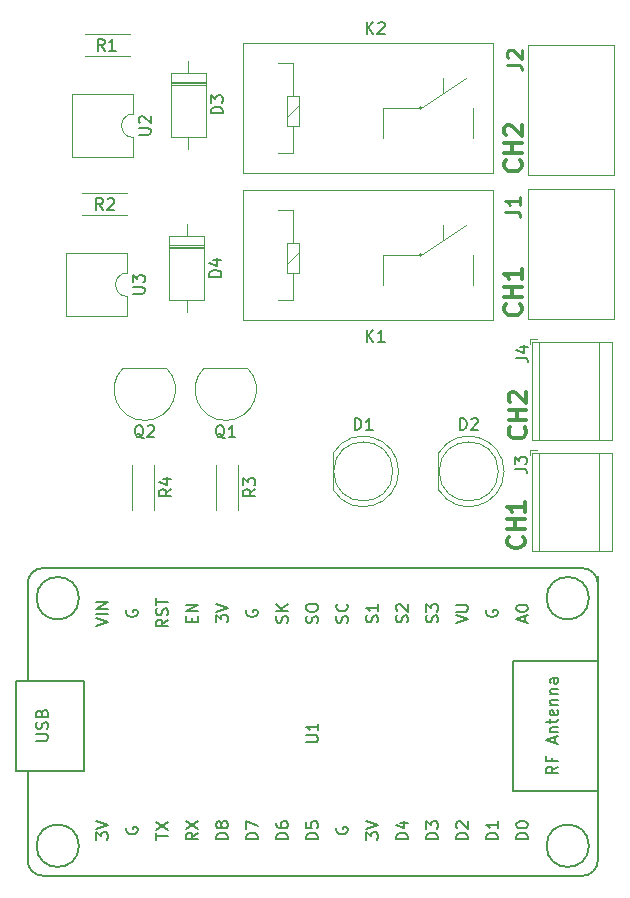
<source format=gbr>
%TF.GenerationSoftware,KiCad,Pcbnew,(5.1.10)-1*%
%TF.CreationDate,2021-06-25T14:15:48-05:00*%
%TF.ProjectId,ESPRelay,45535052-656c-4617-992e-6b696361645f,rev?*%
%TF.SameCoordinates,Original*%
%TF.FileFunction,Legend,Top*%
%TF.FilePolarity,Positive*%
%FSLAX46Y46*%
G04 Gerber Fmt 4.6, Leading zero omitted, Abs format (unit mm)*
G04 Created by KiCad (PCBNEW (5.1.10)-1) date 2021-06-25 14:15:48*
%MOMM*%
%LPD*%
G01*
G04 APERTURE LIST*
%ADD10C,0.300000*%
%ADD11C,0.150000*%
%ADD12C,0.120000*%
%ADD13C,0.100000*%
%ADD14C,0.254000*%
G04 APERTURE END LIST*
D10*
X125122714Y-97809714D02*
X125194142Y-97881142D01*
X125265571Y-98095428D01*
X125265571Y-98238285D01*
X125194142Y-98452571D01*
X125051285Y-98595428D01*
X124908428Y-98666857D01*
X124622714Y-98738285D01*
X124408428Y-98738285D01*
X124122714Y-98666857D01*
X123979857Y-98595428D01*
X123837000Y-98452571D01*
X123765571Y-98238285D01*
X123765571Y-98095428D01*
X123837000Y-97881142D01*
X123908428Y-97809714D01*
X125265571Y-97166857D02*
X123765571Y-97166857D01*
X124479857Y-97166857D02*
X124479857Y-96309714D01*
X125265571Y-96309714D02*
X123765571Y-96309714D01*
X123908428Y-95666857D02*
X123837000Y-95595428D01*
X123765571Y-95452571D01*
X123765571Y-95095428D01*
X123837000Y-94952571D01*
X123908428Y-94881142D01*
X124051285Y-94809714D01*
X124194142Y-94809714D01*
X124408428Y-94881142D01*
X125265571Y-95738285D01*
X125265571Y-94809714D01*
X124995714Y-107080714D02*
X125067142Y-107152142D01*
X125138571Y-107366428D01*
X125138571Y-107509285D01*
X125067142Y-107723571D01*
X124924285Y-107866428D01*
X124781428Y-107937857D01*
X124495714Y-108009285D01*
X124281428Y-108009285D01*
X123995714Y-107937857D01*
X123852857Y-107866428D01*
X123710000Y-107723571D01*
X123638571Y-107509285D01*
X123638571Y-107366428D01*
X123710000Y-107152142D01*
X123781428Y-107080714D01*
X125138571Y-106437857D02*
X123638571Y-106437857D01*
X124352857Y-106437857D02*
X124352857Y-105580714D01*
X125138571Y-105580714D02*
X123638571Y-105580714D01*
X125138571Y-104080714D02*
X125138571Y-104937857D01*
X125138571Y-104509285D02*
X123638571Y-104509285D01*
X123852857Y-104652142D01*
X123995714Y-104795000D01*
X124067142Y-104937857D01*
X124741714Y-75203714D02*
X124813142Y-75275142D01*
X124884571Y-75489428D01*
X124884571Y-75632285D01*
X124813142Y-75846571D01*
X124670285Y-75989428D01*
X124527428Y-76060857D01*
X124241714Y-76132285D01*
X124027428Y-76132285D01*
X123741714Y-76060857D01*
X123598857Y-75989428D01*
X123456000Y-75846571D01*
X123384571Y-75632285D01*
X123384571Y-75489428D01*
X123456000Y-75275142D01*
X123527428Y-75203714D01*
X124884571Y-74560857D02*
X123384571Y-74560857D01*
X124098857Y-74560857D02*
X124098857Y-73703714D01*
X124884571Y-73703714D02*
X123384571Y-73703714D01*
X123527428Y-73060857D02*
X123456000Y-72989428D01*
X123384571Y-72846571D01*
X123384571Y-72489428D01*
X123456000Y-72346571D01*
X123527428Y-72275142D01*
X123670285Y-72203714D01*
X123813142Y-72203714D01*
X124027428Y-72275142D01*
X124884571Y-73132285D01*
X124884571Y-72203714D01*
X124741714Y-87395714D02*
X124813142Y-87467142D01*
X124884571Y-87681428D01*
X124884571Y-87824285D01*
X124813142Y-88038571D01*
X124670285Y-88181428D01*
X124527428Y-88252857D01*
X124241714Y-88324285D01*
X124027428Y-88324285D01*
X123741714Y-88252857D01*
X123598857Y-88181428D01*
X123456000Y-88038571D01*
X123384571Y-87824285D01*
X123384571Y-87681428D01*
X123456000Y-87467142D01*
X123527428Y-87395714D01*
X124884571Y-86752857D02*
X123384571Y-86752857D01*
X124098857Y-86752857D02*
X124098857Y-85895714D01*
X124884571Y-85895714D02*
X123384571Y-85895714D01*
X124884571Y-84395714D02*
X124884571Y-85252857D01*
X124884571Y-84824285D02*
X123384571Y-84824285D01*
X123598857Y-84967142D01*
X123741714Y-85110000D01*
X123813142Y-85252857D01*
D11*
%TO.C,U1*%
X131318000Y-134493000D02*
X131318000Y-110363000D01*
X130574051Y-133223000D02*
G75*
G03*
X130574051Y-133223000I-1796051J0D01*
G01*
X130574051Y-112268000D02*
G75*
G03*
X130574051Y-112268000I-1796051J0D01*
G01*
X87394051Y-112268000D02*
G75*
G03*
X87394051Y-112268000I-1796051J0D01*
G01*
X87394051Y-133223000D02*
G75*
G03*
X87394051Y-133223000I-1796051J0D01*
G01*
X83058000Y-119253000D02*
X83058000Y-110998000D01*
X130048000Y-109728000D02*
X84328000Y-109728000D01*
X130048000Y-135763000D02*
X84328000Y-135763000D01*
X82058000Y-126863000D02*
X82058000Y-119263000D01*
X87788000Y-126863000D02*
X82058000Y-126863000D01*
X87788000Y-119263000D02*
X87788000Y-126863000D01*
X82058000Y-119263000D02*
X87788000Y-119263000D01*
X124188000Y-117563000D02*
X131318000Y-117563000D01*
X131318000Y-128563000D02*
X124188000Y-128563000D01*
X124188000Y-128563000D02*
X124188000Y-117563000D01*
X83058000Y-134493000D02*
X83058000Y-126873000D01*
X131318000Y-110998000D02*
G75*
G03*
X130048000Y-109728000I-1270000J0D01*
G01*
X130048000Y-135763000D02*
G75*
G03*
X131318000Y-134493000I0J1270000D01*
G01*
X83058000Y-134493000D02*
G75*
G03*
X84328000Y-135763000I1270000J0D01*
G01*
X84328000Y-109728000D02*
G75*
G03*
X83058000Y-110998000I0J-1270000D01*
G01*
D12*
%TO.C,D1*%
X113970000Y-101531000D02*
G75*
G03*
X113970000Y-101531000I-2500000J0D01*
G01*
X108910000Y-99986000D02*
X108910000Y-103076000D01*
X114460000Y-101530538D02*
G75*
G02*
X108910000Y-103075830I-2990000J-462D01*
G01*
X114460000Y-101531462D02*
G75*
G03*
X108910000Y-99986170I-2990000J462D01*
G01*
%TO.C,D2*%
X117836000Y-99986000D02*
X117836000Y-103076000D01*
X122896000Y-101531000D02*
G75*
G03*
X122896000Y-101531000I-2500000J0D01*
G01*
X123386000Y-101531462D02*
G75*
G03*
X117836000Y-99986170I-2990000J462D01*
G01*
X123386000Y-101530538D02*
G75*
G02*
X117836000Y-103075830I-2990000J-462D01*
G01*
%TO.C,D3*%
X98117000Y-68545000D02*
X95177000Y-68545000D01*
X98117000Y-68785000D02*
X95177000Y-68785000D01*
X98117000Y-68665000D02*
X95177000Y-68665000D01*
X96647000Y-74225000D02*
X96647000Y-73205000D01*
X96647000Y-66745000D02*
X96647000Y-67765000D01*
X98117000Y-73205000D02*
X98117000Y-67765000D01*
X95177000Y-73205000D02*
X98117000Y-73205000D01*
X95177000Y-67765000D02*
X95177000Y-73205000D01*
X98117000Y-67765000D02*
X95177000Y-67765000D01*
%TO.C,D4*%
X97990000Y-81608000D02*
X95050000Y-81608000D01*
X95050000Y-81608000D02*
X95050000Y-87048000D01*
X95050000Y-87048000D02*
X97990000Y-87048000D01*
X97990000Y-87048000D02*
X97990000Y-81608000D01*
X96520000Y-80588000D02*
X96520000Y-81608000D01*
X96520000Y-88068000D02*
X96520000Y-87048000D01*
X97990000Y-82508000D02*
X95050000Y-82508000D01*
X97990000Y-82628000D02*
X95050000Y-82628000D01*
X97990000Y-82388000D02*
X95050000Y-82388000D01*
%TO.C,K1*%
X120777000Y-85725000D02*
X120777000Y-83185000D01*
X116332000Y-83185000D02*
X120142000Y-80645000D01*
X118237000Y-80645000D02*
X118237000Y-81915000D01*
X113157000Y-85725000D02*
X113157000Y-83185000D01*
X113157000Y-83185000D02*
X116332000Y-83185000D01*
X105027000Y-83945000D02*
X106047000Y-82935000D01*
X105537000Y-79375000D02*
X104267000Y-79375000D01*
X105537000Y-82165000D02*
X105537000Y-79375000D01*
X105537000Y-86995000D02*
X105537000Y-84705000D01*
X104267000Y-86995000D02*
X105537000Y-86995000D01*
X105537000Y-84705000D02*
X105027000Y-84705000D01*
X105027000Y-84705000D02*
X105027000Y-82165000D01*
X105027000Y-82165000D02*
X105537000Y-82165000D01*
X105537000Y-82165000D02*
X106047000Y-82165000D01*
X106047000Y-82165000D02*
X106047000Y-84705000D01*
X106047000Y-84705000D02*
X105537000Y-84705000D01*
X101317000Y-88685000D02*
X122457000Y-88685000D01*
X122457000Y-88685000D02*
X122457000Y-77685000D01*
X101317000Y-88685000D02*
X101317000Y-77685000D01*
X101317000Y-77685000D02*
X122457000Y-77685000D01*
X116459000Y-83185000D02*
G75*
G03*
X116459000Y-83185000I-127000J0D01*
G01*
%TO.C,K2*%
X116459000Y-70739000D02*
G75*
G03*
X116459000Y-70739000I-127000J0D01*
G01*
X101317000Y-65239000D02*
X122457000Y-65239000D01*
X101317000Y-76239000D02*
X101317000Y-65239000D01*
X122457000Y-76239000D02*
X122457000Y-65239000D01*
X101317000Y-76239000D02*
X122457000Y-76239000D01*
X106047000Y-72259000D02*
X105537000Y-72259000D01*
X106047000Y-69719000D02*
X106047000Y-72259000D01*
X105537000Y-69719000D02*
X106047000Y-69719000D01*
X105027000Y-69719000D02*
X105537000Y-69719000D01*
X105027000Y-72259000D02*
X105027000Y-69719000D01*
X105537000Y-72259000D02*
X105027000Y-72259000D01*
X104267000Y-74549000D02*
X105537000Y-74549000D01*
X105537000Y-74549000D02*
X105537000Y-72259000D01*
X105537000Y-69719000D02*
X105537000Y-66929000D01*
X105537000Y-66929000D02*
X104267000Y-66929000D01*
X105027000Y-71499000D02*
X106047000Y-70489000D01*
X113157000Y-70739000D02*
X116332000Y-70739000D01*
X113157000Y-73279000D02*
X113157000Y-70739000D01*
X118237000Y-68199000D02*
X118237000Y-69469000D01*
X116332000Y-70739000D02*
X120142000Y-68199000D01*
X120777000Y-73279000D02*
X120777000Y-70739000D01*
%TO.C,Q1*%
X101622000Y-92765000D02*
X98022000Y-92765000D01*
X101660478Y-92776522D02*
G75*
G02*
X99822000Y-97215000I-1838478J-1838478D01*
G01*
X97983522Y-92776522D02*
G75*
G03*
X99822000Y-97215000I1838478J-1838478D01*
G01*
%TO.C,Q2*%
X94764000Y-92765000D02*
X91164000Y-92765000D01*
X91125522Y-92776522D02*
G75*
G03*
X92964000Y-97215000I1838478J-1838478D01*
G01*
X94802478Y-92776522D02*
G75*
G02*
X92964000Y-97215000I-1838478J-1838478D01*
G01*
%TO.C,R1*%
X91709000Y-64485000D02*
X87869000Y-64485000D01*
X91709000Y-66325000D02*
X87869000Y-66325000D01*
%TO.C,R2*%
X91455000Y-79787000D02*
X87615000Y-79787000D01*
X91455000Y-77947000D02*
X87615000Y-77947000D01*
%TO.C,R3*%
X99029000Y-100950000D02*
X99029000Y-104790000D01*
X100869000Y-100950000D02*
X100869000Y-104790000D01*
%TO.C,R4*%
X93757000Y-100950000D02*
X93757000Y-104790000D01*
X91917000Y-100950000D02*
X91917000Y-104790000D01*
%TO.C,U2*%
X92008000Y-71263000D02*
X92008000Y-69613000D01*
X92008000Y-69613000D02*
X86808000Y-69613000D01*
X86808000Y-69613000D02*
X86808000Y-74913000D01*
X86808000Y-74913000D02*
X92008000Y-74913000D01*
X92008000Y-74913000D02*
X92008000Y-73263000D01*
X92008000Y-73263000D02*
G75*
G02*
X92008000Y-71263000I0J1000000D01*
G01*
%TO.C,U3*%
X91500000Y-88375000D02*
X91500000Y-86725000D01*
X86300000Y-88375000D02*
X91500000Y-88375000D01*
X86300000Y-83075000D02*
X86300000Y-88375000D01*
X91500000Y-83075000D02*
X86300000Y-83075000D01*
X91500000Y-84725000D02*
X91500000Y-83075000D01*
X91500000Y-86725000D02*
G75*
G02*
X91500000Y-84725000I0J1000000D01*
G01*
D13*
%TO.C,J1*%
X125432000Y-77629000D02*
X125432000Y-88629000D01*
X125432000Y-88629000D02*
X132732000Y-88629000D01*
X132732000Y-88629000D02*
X132732000Y-77629000D01*
X132732000Y-77629000D02*
X125432000Y-77629000D01*
%TO.C,J2*%
X132732000Y-65437000D02*
X125432000Y-65437000D01*
X132732000Y-76437000D02*
X132732000Y-65437000D01*
X125432000Y-76437000D02*
X132732000Y-76437000D01*
X125432000Y-65437000D02*
X125432000Y-76437000D01*
D12*
%TO.C,J3*%
X126309000Y-99980000D02*
X126309000Y-108300000D01*
X131409000Y-99980000D02*
X131409000Y-108300000D01*
X132529000Y-99980000D02*
X132529000Y-108300000D01*
X125789000Y-99980000D02*
X125789000Y-108300000D01*
X132529000Y-99980000D02*
X125789000Y-99980000D01*
X132529000Y-108300000D02*
X125789000Y-108300000D01*
X126189000Y-99740000D02*
X125549000Y-99740000D01*
X125549000Y-99740000D02*
X125549000Y-100140000D01*
%TO.C,J4*%
X125549000Y-90342000D02*
X125549000Y-90742000D01*
X126189000Y-90342000D02*
X125549000Y-90342000D01*
X132529000Y-98902000D02*
X125789000Y-98902000D01*
X132529000Y-90582000D02*
X125789000Y-90582000D01*
X125789000Y-90582000D02*
X125789000Y-98902000D01*
X132529000Y-90582000D02*
X132529000Y-98902000D01*
X131409000Y-90582000D02*
X131409000Y-98902000D01*
X126309000Y-90582000D02*
X126309000Y-98902000D01*
%TO.C,U1*%
D11*
X106640380Y-124459904D02*
X107449904Y-124459904D01*
X107545142Y-124412285D01*
X107592761Y-124364666D01*
X107640380Y-124269428D01*
X107640380Y-124078952D01*
X107592761Y-123983714D01*
X107545142Y-123936095D01*
X107449904Y-123888476D01*
X106640380Y-123888476D01*
X107640380Y-122888476D02*
X107640380Y-123459904D01*
X107640380Y-123174190D02*
X106640380Y-123174190D01*
X106783238Y-123269428D01*
X106878476Y-123364666D01*
X106926095Y-123459904D01*
X83780380Y-124324904D02*
X84589904Y-124324904D01*
X84685142Y-124277285D01*
X84732761Y-124229666D01*
X84780380Y-124134428D01*
X84780380Y-123943952D01*
X84732761Y-123848714D01*
X84685142Y-123801095D01*
X84589904Y-123753476D01*
X83780380Y-123753476D01*
X84732761Y-123324904D02*
X84780380Y-123182047D01*
X84780380Y-122943952D01*
X84732761Y-122848714D01*
X84685142Y-122801095D01*
X84589904Y-122753476D01*
X84494666Y-122753476D01*
X84399428Y-122801095D01*
X84351809Y-122848714D01*
X84304190Y-122943952D01*
X84256571Y-123134428D01*
X84208952Y-123229666D01*
X84161333Y-123277285D01*
X84066095Y-123324904D01*
X83970857Y-123324904D01*
X83875619Y-123277285D01*
X83828000Y-123229666D01*
X83780380Y-123134428D01*
X83780380Y-122896333D01*
X83828000Y-122753476D01*
X84256571Y-121991571D02*
X84304190Y-121848714D01*
X84351809Y-121801095D01*
X84447047Y-121753476D01*
X84589904Y-121753476D01*
X84685142Y-121801095D01*
X84732761Y-121848714D01*
X84780380Y-121943952D01*
X84780380Y-122324904D01*
X83780380Y-122324904D01*
X83780380Y-121991571D01*
X83828000Y-121896333D01*
X83875619Y-121848714D01*
X83970857Y-121801095D01*
X84066095Y-121801095D01*
X84161333Y-121848714D01*
X84208952Y-121896333D01*
X84256571Y-121991571D01*
X84256571Y-122324904D01*
X127960380Y-126515380D02*
X127484190Y-126848714D01*
X127960380Y-127086809D02*
X126960380Y-127086809D01*
X126960380Y-126705857D01*
X127008000Y-126610619D01*
X127055619Y-126563000D01*
X127150857Y-126515380D01*
X127293714Y-126515380D01*
X127388952Y-126563000D01*
X127436571Y-126610619D01*
X127484190Y-126705857D01*
X127484190Y-127086809D01*
X127436571Y-125753476D02*
X127436571Y-126086809D01*
X127960380Y-126086809D02*
X126960380Y-126086809D01*
X126960380Y-125610619D01*
X127674666Y-124515380D02*
X127674666Y-124039190D01*
X127960380Y-124610619D02*
X126960380Y-124277285D01*
X127960380Y-123943952D01*
X127293714Y-123610619D02*
X127960380Y-123610619D01*
X127388952Y-123610619D02*
X127341333Y-123563000D01*
X127293714Y-123467761D01*
X127293714Y-123324904D01*
X127341333Y-123229666D01*
X127436571Y-123182047D01*
X127960380Y-123182047D01*
X127293714Y-122848714D02*
X127293714Y-122467761D01*
X126960380Y-122705857D02*
X127817523Y-122705857D01*
X127912761Y-122658238D01*
X127960380Y-122563000D01*
X127960380Y-122467761D01*
X127912761Y-121753476D02*
X127960380Y-121848714D01*
X127960380Y-122039190D01*
X127912761Y-122134428D01*
X127817523Y-122182047D01*
X127436571Y-122182047D01*
X127341333Y-122134428D01*
X127293714Y-122039190D01*
X127293714Y-121848714D01*
X127341333Y-121753476D01*
X127436571Y-121705857D01*
X127531809Y-121705857D01*
X127627047Y-122182047D01*
X127293714Y-121277285D02*
X127960380Y-121277285D01*
X127388952Y-121277285D02*
X127341333Y-121229666D01*
X127293714Y-121134428D01*
X127293714Y-120991571D01*
X127341333Y-120896333D01*
X127436571Y-120848714D01*
X127960380Y-120848714D01*
X127293714Y-120372523D02*
X127960380Y-120372523D01*
X127388952Y-120372523D02*
X127341333Y-120324904D01*
X127293714Y-120229666D01*
X127293714Y-120086809D01*
X127341333Y-119991571D01*
X127436571Y-119943952D01*
X127960380Y-119943952D01*
X127960380Y-119039190D02*
X127436571Y-119039190D01*
X127341333Y-119086809D01*
X127293714Y-119182047D01*
X127293714Y-119372523D01*
X127341333Y-119467761D01*
X127912761Y-119039190D02*
X127960380Y-119134428D01*
X127960380Y-119372523D01*
X127912761Y-119467761D01*
X127817523Y-119515380D01*
X127722285Y-119515380D01*
X127627047Y-119467761D01*
X127579428Y-119372523D01*
X127579428Y-119134428D01*
X127531809Y-119039190D01*
X88860380Y-114633238D02*
X89860380Y-114299904D01*
X88860380Y-113966571D01*
X89860380Y-113633238D02*
X88860380Y-113633238D01*
X89860380Y-113157047D02*
X88860380Y-113157047D01*
X89860380Y-112585619D01*
X88860380Y-112585619D01*
X91448000Y-113276095D02*
X91400380Y-113371333D01*
X91400380Y-113514190D01*
X91448000Y-113657047D01*
X91543238Y-113752285D01*
X91638476Y-113799904D01*
X91828952Y-113847523D01*
X91971809Y-113847523D01*
X92162285Y-113799904D01*
X92257523Y-113752285D01*
X92352761Y-113657047D01*
X92400380Y-113514190D01*
X92400380Y-113418952D01*
X92352761Y-113276095D01*
X92305142Y-113228476D01*
X91971809Y-113228476D01*
X91971809Y-113418952D01*
X94940380Y-114085619D02*
X94464190Y-114418952D01*
X94940380Y-114657047D02*
X93940380Y-114657047D01*
X93940380Y-114276095D01*
X93988000Y-114180857D01*
X94035619Y-114133238D01*
X94130857Y-114085619D01*
X94273714Y-114085619D01*
X94368952Y-114133238D01*
X94416571Y-114180857D01*
X94464190Y-114276095D01*
X94464190Y-114657047D01*
X94892761Y-113704666D02*
X94940380Y-113561809D01*
X94940380Y-113323714D01*
X94892761Y-113228476D01*
X94845142Y-113180857D01*
X94749904Y-113133238D01*
X94654666Y-113133238D01*
X94559428Y-113180857D01*
X94511809Y-113228476D01*
X94464190Y-113323714D01*
X94416571Y-113514190D01*
X94368952Y-113609428D01*
X94321333Y-113657047D01*
X94226095Y-113704666D01*
X94130857Y-113704666D01*
X94035619Y-113657047D01*
X93988000Y-113609428D01*
X93940380Y-113514190D01*
X93940380Y-113276095D01*
X93988000Y-113133238D01*
X93940380Y-112847523D02*
X93940380Y-112276095D01*
X94940380Y-112561809D02*
X93940380Y-112561809D01*
X96956571Y-114276095D02*
X96956571Y-113942761D01*
X97480380Y-113799904D02*
X97480380Y-114276095D01*
X96480380Y-114276095D01*
X96480380Y-113799904D01*
X97480380Y-113371333D02*
X96480380Y-113371333D01*
X97480380Y-112799904D01*
X96480380Y-112799904D01*
X99020380Y-114299904D02*
X99020380Y-113680857D01*
X99401333Y-114014190D01*
X99401333Y-113871333D01*
X99448952Y-113776095D01*
X99496571Y-113728476D01*
X99591809Y-113680857D01*
X99829904Y-113680857D01*
X99925142Y-113728476D01*
X99972761Y-113776095D01*
X100020380Y-113871333D01*
X100020380Y-114157047D01*
X99972761Y-114252285D01*
X99925142Y-114299904D01*
X99020380Y-113395142D02*
X100020380Y-113061809D01*
X99020380Y-112728476D01*
X101608000Y-113276095D02*
X101560380Y-113371333D01*
X101560380Y-113514190D01*
X101608000Y-113657047D01*
X101703238Y-113752285D01*
X101798476Y-113799904D01*
X101988952Y-113847523D01*
X102131809Y-113847523D01*
X102322285Y-113799904D01*
X102417523Y-113752285D01*
X102512761Y-113657047D01*
X102560380Y-113514190D01*
X102560380Y-113418952D01*
X102512761Y-113276095D01*
X102465142Y-113228476D01*
X102131809Y-113228476D01*
X102131809Y-113418952D01*
X105052761Y-114323714D02*
X105100380Y-114180857D01*
X105100380Y-113942761D01*
X105052761Y-113847523D01*
X105005142Y-113799904D01*
X104909904Y-113752285D01*
X104814666Y-113752285D01*
X104719428Y-113799904D01*
X104671809Y-113847523D01*
X104624190Y-113942761D01*
X104576571Y-114133238D01*
X104528952Y-114228476D01*
X104481333Y-114276095D01*
X104386095Y-114323714D01*
X104290857Y-114323714D01*
X104195619Y-114276095D01*
X104148000Y-114228476D01*
X104100380Y-114133238D01*
X104100380Y-113895142D01*
X104148000Y-113752285D01*
X105100380Y-113323714D02*
X104100380Y-113323714D01*
X105100380Y-112752285D02*
X104528952Y-113180857D01*
X104100380Y-112752285D02*
X104671809Y-113323714D01*
X107592761Y-114347523D02*
X107640380Y-114204666D01*
X107640380Y-113966571D01*
X107592761Y-113871333D01*
X107545142Y-113823714D01*
X107449904Y-113776095D01*
X107354666Y-113776095D01*
X107259428Y-113823714D01*
X107211809Y-113871333D01*
X107164190Y-113966571D01*
X107116571Y-114157047D01*
X107068952Y-114252285D01*
X107021333Y-114299904D01*
X106926095Y-114347523D01*
X106830857Y-114347523D01*
X106735619Y-114299904D01*
X106688000Y-114252285D01*
X106640380Y-114157047D01*
X106640380Y-113918952D01*
X106688000Y-113776095D01*
X106640380Y-113157047D02*
X106640380Y-112966571D01*
X106688000Y-112871333D01*
X106783238Y-112776095D01*
X106973714Y-112728476D01*
X107307047Y-112728476D01*
X107497523Y-112776095D01*
X107592761Y-112871333D01*
X107640380Y-112966571D01*
X107640380Y-113157047D01*
X107592761Y-113252285D01*
X107497523Y-113347523D01*
X107307047Y-113395142D01*
X106973714Y-113395142D01*
X106783238Y-113347523D01*
X106688000Y-113252285D01*
X106640380Y-113157047D01*
X110132761Y-114323714D02*
X110180380Y-114180857D01*
X110180380Y-113942761D01*
X110132761Y-113847523D01*
X110085142Y-113799904D01*
X109989904Y-113752285D01*
X109894666Y-113752285D01*
X109799428Y-113799904D01*
X109751809Y-113847523D01*
X109704190Y-113942761D01*
X109656571Y-114133238D01*
X109608952Y-114228476D01*
X109561333Y-114276095D01*
X109466095Y-114323714D01*
X109370857Y-114323714D01*
X109275619Y-114276095D01*
X109228000Y-114228476D01*
X109180380Y-114133238D01*
X109180380Y-113895142D01*
X109228000Y-113752285D01*
X110085142Y-112752285D02*
X110132761Y-112799904D01*
X110180380Y-112942761D01*
X110180380Y-113038000D01*
X110132761Y-113180857D01*
X110037523Y-113276095D01*
X109942285Y-113323714D01*
X109751809Y-113371333D01*
X109608952Y-113371333D01*
X109418476Y-113323714D01*
X109323238Y-113276095D01*
X109228000Y-113180857D01*
X109180380Y-113038000D01*
X109180380Y-112942761D01*
X109228000Y-112799904D01*
X109275619Y-112752285D01*
X112672761Y-114299904D02*
X112720380Y-114157047D01*
X112720380Y-113918952D01*
X112672761Y-113823714D01*
X112625142Y-113776095D01*
X112529904Y-113728476D01*
X112434666Y-113728476D01*
X112339428Y-113776095D01*
X112291809Y-113823714D01*
X112244190Y-113918952D01*
X112196571Y-114109428D01*
X112148952Y-114204666D01*
X112101333Y-114252285D01*
X112006095Y-114299904D01*
X111910857Y-114299904D01*
X111815619Y-114252285D01*
X111768000Y-114204666D01*
X111720380Y-114109428D01*
X111720380Y-113871333D01*
X111768000Y-113728476D01*
X112720380Y-112776095D02*
X112720380Y-113347523D01*
X112720380Y-113061809D02*
X111720380Y-113061809D01*
X111863238Y-113157047D01*
X111958476Y-113252285D01*
X112006095Y-113347523D01*
X115212761Y-114299904D02*
X115260380Y-114157047D01*
X115260380Y-113918952D01*
X115212761Y-113823714D01*
X115165142Y-113776095D01*
X115069904Y-113728476D01*
X114974666Y-113728476D01*
X114879428Y-113776095D01*
X114831809Y-113823714D01*
X114784190Y-113918952D01*
X114736571Y-114109428D01*
X114688952Y-114204666D01*
X114641333Y-114252285D01*
X114546095Y-114299904D01*
X114450857Y-114299904D01*
X114355619Y-114252285D01*
X114308000Y-114204666D01*
X114260380Y-114109428D01*
X114260380Y-113871333D01*
X114308000Y-113728476D01*
X114355619Y-113347523D02*
X114308000Y-113299904D01*
X114260380Y-113204666D01*
X114260380Y-112966571D01*
X114308000Y-112871333D01*
X114355619Y-112823714D01*
X114450857Y-112776095D01*
X114546095Y-112776095D01*
X114688952Y-112823714D01*
X115260380Y-113395142D01*
X115260380Y-112776095D01*
X117752761Y-114299904D02*
X117800380Y-114157047D01*
X117800380Y-113918952D01*
X117752761Y-113823714D01*
X117705142Y-113776095D01*
X117609904Y-113728476D01*
X117514666Y-113728476D01*
X117419428Y-113776095D01*
X117371809Y-113823714D01*
X117324190Y-113918952D01*
X117276571Y-114109428D01*
X117228952Y-114204666D01*
X117181333Y-114252285D01*
X117086095Y-114299904D01*
X116990857Y-114299904D01*
X116895619Y-114252285D01*
X116848000Y-114204666D01*
X116800380Y-114109428D01*
X116800380Y-113871333D01*
X116848000Y-113728476D01*
X116800380Y-113395142D02*
X116800380Y-112776095D01*
X117181333Y-113109428D01*
X117181333Y-112966571D01*
X117228952Y-112871333D01*
X117276571Y-112823714D01*
X117371809Y-112776095D01*
X117609904Y-112776095D01*
X117705142Y-112823714D01*
X117752761Y-112871333D01*
X117800380Y-112966571D01*
X117800380Y-113252285D01*
X117752761Y-113347523D01*
X117705142Y-113395142D01*
X119340380Y-114395142D02*
X120340380Y-114061809D01*
X119340380Y-113728476D01*
X119340380Y-113395142D02*
X120149904Y-113395142D01*
X120245142Y-113347523D01*
X120292761Y-113299904D01*
X120340380Y-113204666D01*
X120340380Y-113014190D01*
X120292761Y-112918952D01*
X120245142Y-112871333D01*
X120149904Y-112823714D01*
X119340380Y-112823714D01*
X121928000Y-113276095D02*
X121880380Y-113371333D01*
X121880380Y-113514190D01*
X121928000Y-113657047D01*
X122023238Y-113752285D01*
X122118476Y-113799904D01*
X122308952Y-113847523D01*
X122451809Y-113847523D01*
X122642285Y-113799904D01*
X122737523Y-113752285D01*
X122832761Y-113657047D01*
X122880380Y-113514190D01*
X122880380Y-113418952D01*
X122832761Y-113276095D01*
X122785142Y-113228476D01*
X122451809Y-113228476D01*
X122451809Y-113418952D01*
X125134666Y-114252285D02*
X125134666Y-113776095D01*
X125420380Y-114347523D02*
X124420380Y-114014190D01*
X125420380Y-113680857D01*
X124420380Y-113157047D02*
X124420380Y-113061809D01*
X124468000Y-112966571D01*
X124515619Y-112918952D01*
X124610857Y-112871333D01*
X124801333Y-112823714D01*
X125039428Y-112823714D01*
X125229904Y-112871333D01*
X125325142Y-112918952D01*
X125372761Y-112966571D01*
X125420380Y-113061809D01*
X125420380Y-113157047D01*
X125372761Y-113252285D01*
X125325142Y-113299904D01*
X125229904Y-113347523D01*
X125039428Y-113395142D01*
X124801333Y-113395142D01*
X124610857Y-113347523D01*
X124515619Y-113299904D01*
X124468000Y-113252285D01*
X124420380Y-113157047D01*
X88860380Y-132714904D02*
X88860380Y-132095857D01*
X89241333Y-132429190D01*
X89241333Y-132286333D01*
X89288952Y-132191095D01*
X89336571Y-132143476D01*
X89431809Y-132095857D01*
X89669904Y-132095857D01*
X89765142Y-132143476D01*
X89812761Y-132191095D01*
X89860380Y-132286333D01*
X89860380Y-132572047D01*
X89812761Y-132667285D01*
X89765142Y-132714904D01*
X88860380Y-131810142D02*
X89860380Y-131476809D01*
X88860380Y-131143476D01*
X91448000Y-131691095D02*
X91400380Y-131786333D01*
X91400380Y-131929190D01*
X91448000Y-132072047D01*
X91543238Y-132167285D01*
X91638476Y-132214904D01*
X91828952Y-132262523D01*
X91971809Y-132262523D01*
X92162285Y-132214904D01*
X92257523Y-132167285D01*
X92352761Y-132072047D01*
X92400380Y-131929190D01*
X92400380Y-131833952D01*
X92352761Y-131691095D01*
X92305142Y-131643476D01*
X91971809Y-131643476D01*
X91971809Y-131833952D01*
X93940380Y-132714904D02*
X93940380Y-132143476D01*
X94940380Y-132429190D02*
X93940380Y-132429190D01*
X93940380Y-131905380D02*
X94940380Y-131238714D01*
X93940380Y-131238714D02*
X94940380Y-131905380D01*
X97480380Y-132119666D02*
X97004190Y-132453000D01*
X97480380Y-132691095D02*
X96480380Y-132691095D01*
X96480380Y-132310142D01*
X96528000Y-132214904D01*
X96575619Y-132167285D01*
X96670857Y-132119666D01*
X96813714Y-132119666D01*
X96908952Y-132167285D01*
X96956571Y-132214904D01*
X97004190Y-132310142D01*
X97004190Y-132691095D01*
X96480380Y-131786333D02*
X97480380Y-131119666D01*
X96480380Y-131119666D02*
X97480380Y-131786333D01*
X100020380Y-132691095D02*
X99020380Y-132691095D01*
X99020380Y-132453000D01*
X99068000Y-132310142D01*
X99163238Y-132214904D01*
X99258476Y-132167285D01*
X99448952Y-132119666D01*
X99591809Y-132119666D01*
X99782285Y-132167285D01*
X99877523Y-132214904D01*
X99972761Y-132310142D01*
X100020380Y-132453000D01*
X100020380Y-132691095D01*
X99448952Y-131548238D02*
X99401333Y-131643476D01*
X99353714Y-131691095D01*
X99258476Y-131738714D01*
X99210857Y-131738714D01*
X99115619Y-131691095D01*
X99068000Y-131643476D01*
X99020380Y-131548238D01*
X99020380Y-131357761D01*
X99068000Y-131262523D01*
X99115619Y-131214904D01*
X99210857Y-131167285D01*
X99258476Y-131167285D01*
X99353714Y-131214904D01*
X99401333Y-131262523D01*
X99448952Y-131357761D01*
X99448952Y-131548238D01*
X99496571Y-131643476D01*
X99544190Y-131691095D01*
X99639428Y-131738714D01*
X99829904Y-131738714D01*
X99925142Y-131691095D01*
X99972761Y-131643476D01*
X100020380Y-131548238D01*
X100020380Y-131357761D01*
X99972761Y-131262523D01*
X99925142Y-131214904D01*
X99829904Y-131167285D01*
X99639428Y-131167285D01*
X99544190Y-131214904D01*
X99496571Y-131262523D01*
X99448952Y-131357761D01*
X102560380Y-132691095D02*
X101560380Y-132691095D01*
X101560380Y-132453000D01*
X101608000Y-132310142D01*
X101703238Y-132214904D01*
X101798476Y-132167285D01*
X101988952Y-132119666D01*
X102131809Y-132119666D01*
X102322285Y-132167285D01*
X102417523Y-132214904D01*
X102512761Y-132310142D01*
X102560380Y-132453000D01*
X102560380Y-132691095D01*
X101560380Y-131786333D02*
X101560380Y-131119666D01*
X102560380Y-131548238D01*
X105100380Y-132691095D02*
X104100380Y-132691095D01*
X104100380Y-132453000D01*
X104148000Y-132310142D01*
X104243238Y-132214904D01*
X104338476Y-132167285D01*
X104528952Y-132119666D01*
X104671809Y-132119666D01*
X104862285Y-132167285D01*
X104957523Y-132214904D01*
X105052761Y-132310142D01*
X105100380Y-132453000D01*
X105100380Y-132691095D01*
X104100380Y-131262523D02*
X104100380Y-131453000D01*
X104148000Y-131548238D01*
X104195619Y-131595857D01*
X104338476Y-131691095D01*
X104528952Y-131738714D01*
X104909904Y-131738714D01*
X105005142Y-131691095D01*
X105052761Y-131643476D01*
X105100380Y-131548238D01*
X105100380Y-131357761D01*
X105052761Y-131262523D01*
X105005142Y-131214904D01*
X104909904Y-131167285D01*
X104671809Y-131167285D01*
X104576571Y-131214904D01*
X104528952Y-131262523D01*
X104481333Y-131357761D01*
X104481333Y-131548238D01*
X104528952Y-131643476D01*
X104576571Y-131691095D01*
X104671809Y-131738714D01*
X107640380Y-132691095D02*
X106640380Y-132691095D01*
X106640380Y-132453000D01*
X106688000Y-132310142D01*
X106783238Y-132214904D01*
X106878476Y-132167285D01*
X107068952Y-132119666D01*
X107211809Y-132119666D01*
X107402285Y-132167285D01*
X107497523Y-132214904D01*
X107592761Y-132310142D01*
X107640380Y-132453000D01*
X107640380Y-132691095D01*
X106640380Y-131214904D02*
X106640380Y-131691095D01*
X107116571Y-131738714D01*
X107068952Y-131691095D01*
X107021333Y-131595857D01*
X107021333Y-131357761D01*
X107068952Y-131262523D01*
X107116571Y-131214904D01*
X107211809Y-131167285D01*
X107449904Y-131167285D01*
X107545142Y-131214904D01*
X107592761Y-131262523D01*
X107640380Y-131357761D01*
X107640380Y-131595857D01*
X107592761Y-131691095D01*
X107545142Y-131738714D01*
X109228000Y-131691095D02*
X109180380Y-131786333D01*
X109180380Y-131929190D01*
X109228000Y-132072047D01*
X109323238Y-132167285D01*
X109418476Y-132214904D01*
X109608952Y-132262523D01*
X109751809Y-132262523D01*
X109942285Y-132214904D01*
X110037523Y-132167285D01*
X110132761Y-132072047D01*
X110180380Y-131929190D01*
X110180380Y-131833952D01*
X110132761Y-131691095D01*
X110085142Y-131643476D01*
X109751809Y-131643476D01*
X109751809Y-131833952D01*
X111720380Y-132714904D02*
X111720380Y-132095857D01*
X112101333Y-132429190D01*
X112101333Y-132286333D01*
X112148952Y-132191095D01*
X112196571Y-132143476D01*
X112291809Y-132095857D01*
X112529904Y-132095857D01*
X112625142Y-132143476D01*
X112672761Y-132191095D01*
X112720380Y-132286333D01*
X112720380Y-132572047D01*
X112672761Y-132667285D01*
X112625142Y-132714904D01*
X111720380Y-131810142D02*
X112720380Y-131476809D01*
X111720380Y-131143476D01*
X115260380Y-132691095D02*
X114260380Y-132691095D01*
X114260380Y-132453000D01*
X114308000Y-132310142D01*
X114403238Y-132214904D01*
X114498476Y-132167285D01*
X114688952Y-132119666D01*
X114831809Y-132119666D01*
X115022285Y-132167285D01*
X115117523Y-132214904D01*
X115212761Y-132310142D01*
X115260380Y-132453000D01*
X115260380Y-132691095D01*
X114593714Y-131262523D02*
X115260380Y-131262523D01*
X114212761Y-131500619D02*
X114927047Y-131738714D01*
X114927047Y-131119666D01*
X117800380Y-132691095D02*
X116800380Y-132691095D01*
X116800380Y-132453000D01*
X116848000Y-132310142D01*
X116943238Y-132214904D01*
X117038476Y-132167285D01*
X117228952Y-132119666D01*
X117371809Y-132119666D01*
X117562285Y-132167285D01*
X117657523Y-132214904D01*
X117752761Y-132310142D01*
X117800380Y-132453000D01*
X117800380Y-132691095D01*
X116800380Y-131786333D02*
X116800380Y-131167285D01*
X117181333Y-131500619D01*
X117181333Y-131357761D01*
X117228952Y-131262523D01*
X117276571Y-131214904D01*
X117371809Y-131167285D01*
X117609904Y-131167285D01*
X117705142Y-131214904D01*
X117752761Y-131262523D01*
X117800380Y-131357761D01*
X117800380Y-131643476D01*
X117752761Y-131738714D01*
X117705142Y-131786333D01*
X120340380Y-132691095D02*
X119340380Y-132691095D01*
X119340380Y-132453000D01*
X119388000Y-132310142D01*
X119483238Y-132214904D01*
X119578476Y-132167285D01*
X119768952Y-132119666D01*
X119911809Y-132119666D01*
X120102285Y-132167285D01*
X120197523Y-132214904D01*
X120292761Y-132310142D01*
X120340380Y-132453000D01*
X120340380Y-132691095D01*
X119435619Y-131738714D02*
X119388000Y-131691095D01*
X119340380Y-131595857D01*
X119340380Y-131357761D01*
X119388000Y-131262523D01*
X119435619Y-131214904D01*
X119530857Y-131167285D01*
X119626095Y-131167285D01*
X119768952Y-131214904D01*
X120340380Y-131786333D01*
X120340380Y-131167285D01*
X122880380Y-132691095D02*
X121880380Y-132691095D01*
X121880380Y-132453000D01*
X121928000Y-132310142D01*
X122023238Y-132214904D01*
X122118476Y-132167285D01*
X122308952Y-132119666D01*
X122451809Y-132119666D01*
X122642285Y-132167285D01*
X122737523Y-132214904D01*
X122832761Y-132310142D01*
X122880380Y-132453000D01*
X122880380Y-132691095D01*
X122880380Y-131167285D02*
X122880380Y-131738714D01*
X122880380Y-131453000D02*
X121880380Y-131453000D01*
X122023238Y-131548238D01*
X122118476Y-131643476D01*
X122166095Y-131738714D01*
X125420380Y-132691095D02*
X124420380Y-132691095D01*
X124420380Y-132453000D01*
X124468000Y-132310142D01*
X124563238Y-132214904D01*
X124658476Y-132167285D01*
X124848952Y-132119666D01*
X124991809Y-132119666D01*
X125182285Y-132167285D01*
X125277523Y-132214904D01*
X125372761Y-132310142D01*
X125420380Y-132453000D01*
X125420380Y-132691095D01*
X124420380Y-131500619D02*
X124420380Y-131405380D01*
X124468000Y-131310142D01*
X124515619Y-131262523D01*
X124610857Y-131214904D01*
X124801333Y-131167285D01*
X125039428Y-131167285D01*
X125229904Y-131214904D01*
X125325142Y-131262523D01*
X125372761Y-131310142D01*
X125420380Y-131405380D01*
X125420380Y-131500619D01*
X125372761Y-131595857D01*
X125325142Y-131643476D01*
X125229904Y-131691095D01*
X125039428Y-131738714D01*
X124801333Y-131738714D01*
X124610857Y-131691095D01*
X124515619Y-131643476D01*
X124468000Y-131595857D01*
X124420380Y-131500619D01*
%TO.C,D1*%
X110731904Y-98023380D02*
X110731904Y-97023380D01*
X110970000Y-97023380D01*
X111112857Y-97071000D01*
X111208095Y-97166238D01*
X111255714Y-97261476D01*
X111303333Y-97451952D01*
X111303333Y-97594809D01*
X111255714Y-97785285D01*
X111208095Y-97880523D01*
X111112857Y-97975761D01*
X110970000Y-98023380D01*
X110731904Y-98023380D01*
X112255714Y-98023380D02*
X111684285Y-98023380D01*
X111970000Y-98023380D02*
X111970000Y-97023380D01*
X111874761Y-97166238D01*
X111779523Y-97261476D01*
X111684285Y-97309095D01*
%TO.C,D2*%
X119657904Y-98023380D02*
X119657904Y-97023380D01*
X119896000Y-97023380D01*
X120038857Y-97071000D01*
X120134095Y-97166238D01*
X120181714Y-97261476D01*
X120229333Y-97451952D01*
X120229333Y-97594809D01*
X120181714Y-97785285D01*
X120134095Y-97880523D01*
X120038857Y-97975761D01*
X119896000Y-98023380D01*
X119657904Y-98023380D01*
X120610285Y-97118619D02*
X120657904Y-97071000D01*
X120753142Y-97023380D01*
X120991238Y-97023380D01*
X121086476Y-97071000D01*
X121134095Y-97118619D01*
X121181714Y-97213857D01*
X121181714Y-97309095D01*
X121134095Y-97451952D01*
X120562666Y-98023380D01*
X121181714Y-98023380D01*
%TO.C,D3*%
X99569380Y-71223095D02*
X98569380Y-71223095D01*
X98569380Y-70985000D01*
X98617000Y-70842142D01*
X98712238Y-70746904D01*
X98807476Y-70699285D01*
X98997952Y-70651666D01*
X99140809Y-70651666D01*
X99331285Y-70699285D01*
X99426523Y-70746904D01*
X99521761Y-70842142D01*
X99569380Y-70985000D01*
X99569380Y-71223095D01*
X98569380Y-70318333D02*
X98569380Y-69699285D01*
X98950333Y-70032619D01*
X98950333Y-69889761D01*
X98997952Y-69794523D01*
X99045571Y-69746904D01*
X99140809Y-69699285D01*
X99378904Y-69699285D01*
X99474142Y-69746904D01*
X99521761Y-69794523D01*
X99569380Y-69889761D01*
X99569380Y-70175476D01*
X99521761Y-70270714D01*
X99474142Y-70318333D01*
%TO.C,D4*%
X99442380Y-85066095D02*
X98442380Y-85066095D01*
X98442380Y-84828000D01*
X98490000Y-84685142D01*
X98585238Y-84589904D01*
X98680476Y-84542285D01*
X98870952Y-84494666D01*
X99013809Y-84494666D01*
X99204285Y-84542285D01*
X99299523Y-84589904D01*
X99394761Y-84685142D01*
X99442380Y-84828000D01*
X99442380Y-85066095D01*
X98775714Y-83637523D02*
X99442380Y-83637523D01*
X98394761Y-83875619D02*
X99109047Y-84113714D01*
X99109047Y-83494666D01*
%TO.C,K1*%
X111758904Y-90567380D02*
X111758904Y-89567380D01*
X112330333Y-90567380D02*
X111901761Y-89995952D01*
X112330333Y-89567380D02*
X111758904Y-90138809D01*
X113282714Y-90567380D02*
X112711285Y-90567380D01*
X112997000Y-90567380D02*
X112997000Y-89567380D01*
X112901761Y-89710238D01*
X112806523Y-89805476D01*
X112711285Y-89853095D01*
%TO.C,K2*%
X111758904Y-64501380D02*
X111758904Y-63501380D01*
X112330333Y-64501380D02*
X111901761Y-63929952D01*
X112330333Y-63501380D02*
X111758904Y-64072809D01*
X112711285Y-63596619D02*
X112758904Y-63549000D01*
X112854142Y-63501380D01*
X113092238Y-63501380D01*
X113187476Y-63549000D01*
X113235095Y-63596619D01*
X113282714Y-63691857D01*
X113282714Y-63787095D01*
X113235095Y-63929952D01*
X112663666Y-64501380D01*
X113282714Y-64501380D01*
%TO.C,Q1*%
X99726761Y-98722619D02*
X99631523Y-98675000D01*
X99536285Y-98579761D01*
X99393428Y-98436904D01*
X99298190Y-98389285D01*
X99202952Y-98389285D01*
X99250571Y-98627380D02*
X99155333Y-98579761D01*
X99060095Y-98484523D01*
X99012476Y-98294047D01*
X99012476Y-97960714D01*
X99060095Y-97770238D01*
X99155333Y-97675000D01*
X99250571Y-97627380D01*
X99441047Y-97627380D01*
X99536285Y-97675000D01*
X99631523Y-97770238D01*
X99679142Y-97960714D01*
X99679142Y-98294047D01*
X99631523Y-98484523D01*
X99536285Y-98579761D01*
X99441047Y-98627380D01*
X99250571Y-98627380D01*
X100631523Y-98627380D02*
X100060095Y-98627380D01*
X100345809Y-98627380D02*
X100345809Y-97627380D01*
X100250571Y-97770238D01*
X100155333Y-97865476D01*
X100060095Y-97913095D01*
%TO.C,Q2*%
X92868761Y-98722619D02*
X92773523Y-98675000D01*
X92678285Y-98579761D01*
X92535428Y-98436904D01*
X92440190Y-98389285D01*
X92344952Y-98389285D01*
X92392571Y-98627380D02*
X92297333Y-98579761D01*
X92202095Y-98484523D01*
X92154476Y-98294047D01*
X92154476Y-97960714D01*
X92202095Y-97770238D01*
X92297333Y-97675000D01*
X92392571Y-97627380D01*
X92583047Y-97627380D01*
X92678285Y-97675000D01*
X92773523Y-97770238D01*
X92821142Y-97960714D01*
X92821142Y-98294047D01*
X92773523Y-98484523D01*
X92678285Y-98579761D01*
X92583047Y-98627380D01*
X92392571Y-98627380D01*
X93202095Y-97722619D02*
X93249714Y-97675000D01*
X93344952Y-97627380D01*
X93583047Y-97627380D01*
X93678285Y-97675000D01*
X93725904Y-97722619D01*
X93773523Y-97817857D01*
X93773523Y-97913095D01*
X93725904Y-98055952D01*
X93154476Y-98627380D01*
X93773523Y-98627380D01*
%TO.C,R1*%
X89564333Y-65929380D02*
X89231000Y-65453190D01*
X88992904Y-65929380D02*
X88992904Y-64929380D01*
X89373857Y-64929380D01*
X89469095Y-64977000D01*
X89516714Y-65024619D01*
X89564333Y-65119857D01*
X89564333Y-65262714D01*
X89516714Y-65357952D01*
X89469095Y-65405571D01*
X89373857Y-65453190D01*
X88992904Y-65453190D01*
X90516714Y-65929380D02*
X89945285Y-65929380D01*
X90231000Y-65929380D02*
X90231000Y-64929380D01*
X90135761Y-65072238D01*
X90040523Y-65167476D01*
X89945285Y-65215095D01*
%TO.C,R2*%
X89437333Y-79391380D02*
X89104000Y-78915190D01*
X88865904Y-79391380D02*
X88865904Y-78391380D01*
X89246857Y-78391380D01*
X89342095Y-78439000D01*
X89389714Y-78486619D01*
X89437333Y-78581857D01*
X89437333Y-78724714D01*
X89389714Y-78819952D01*
X89342095Y-78867571D01*
X89246857Y-78915190D01*
X88865904Y-78915190D01*
X89818285Y-78486619D02*
X89865904Y-78439000D01*
X89961142Y-78391380D01*
X90199238Y-78391380D01*
X90294476Y-78439000D01*
X90342095Y-78486619D01*
X90389714Y-78581857D01*
X90389714Y-78677095D01*
X90342095Y-78819952D01*
X89770666Y-79391380D01*
X90389714Y-79391380D01*
%TO.C,R3*%
X102321380Y-103036666D02*
X101845190Y-103370000D01*
X102321380Y-103608095D02*
X101321380Y-103608095D01*
X101321380Y-103227142D01*
X101369000Y-103131904D01*
X101416619Y-103084285D01*
X101511857Y-103036666D01*
X101654714Y-103036666D01*
X101749952Y-103084285D01*
X101797571Y-103131904D01*
X101845190Y-103227142D01*
X101845190Y-103608095D01*
X101321380Y-102703333D02*
X101321380Y-102084285D01*
X101702333Y-102417619D01*
X101702333Y-102274761D01*
X101749952Y-102179523D01*
X101797571Y-102131904D01*
X101892809Y-102084285D01*
X102130904Y-102084285D01*
X102226142Y-102131904D01*
X102273761Y-102179523D01*
X102321380Y-102274761D01*
X102321380Y-102560476D01*
X102273761Y-102655714D01*
X102226142Y-102703333D01*
%TO.C,R4*%
X95209380Y-103036666D02*
X94733190Y-103370000D01*
X95209380Y-103608095D02*
X94209380Y-103608095D01*
X94209380Y-103227142D01*
X94257000Y-103131904D01*
X94304619Y-103084285D01*
X94399857Y-103036666D01*
X94542714Y-103036666D01*
X94637952Y-103084285D01*
X94685571Y-103131904D01*
X94733190Y-103227142D01*
X94733190Y-103608095D01*
X94542714Y-102179523D02*
X95209380Y-102179523D01*
X94161761Y-102417619D02*
X94876047Y-102655714D01*
X94876047Y-102036666D01*
%TO.C,U2*%
X92460380Y-73024904D02*
X93269904Y-73024904D01*
X93365142Y-72977285D01*
X93412761Y-72929666D01*
X93460380Y-72834428D01*
X93460380Y-72643952D01*
X93412761Y-72548714D01*
X93365142Y-72501095D01*
X93269904Y-72453476D01*
X92460380Y-72453476D01*
X92555619Y-72024904D02*
X92508000Y-71977285D01*
X92460380Y-71882047D01*
X92460380Y-71643952D01*
X92508000Y-71548714D01*
X92555619Y-71501095D01*
X92650857Y-71453476D01*
X92746095Y-71453476D01*
X92888952Y-71501095D01*
X93460380Y-72072523D01*
X93460380Y-71453476D01*
%TO.C,U3*%
X91952380Y-86486904D02*
X92761904Y-86486904D01*
X92857142Y-86439285D01*
X92904761Y-86391666D01*
X92952380Y-86296428D01*
X92952380Y-86105952D01*
X92904761Y-86010714D01*
X92857142Y-85963095D01*
X92761904Y-85915476D01*
X91952380Y-85915476D01*
X91952380Y-85534523D02*
X91952380Y-84915476D01*
X92333333Y-85248809D01*
X92333333Y-85105952D01*
X92380952Y-85010714D01*
X92428571Y-84963095D01*
X92523809Y-84915476D01*
X92761904Y-84915476D01*
X92857142Y-84963095D01*
X92904761Y-85010714D01*
X92952380Y-85105952D01*
X92952380Y-85391666D01*
X92904761Y-85486904D01*
X92857142Y-85534523D01*
%TO.C,J1*%
D14*
X123510523Y-79544333D02*
X124417666Y-79544333D01*
X124599095Y-79604809D01*
X124720047Y-79725761D01*
X124780523Y-79907190D01*
X124780523Y-80028142D01*
X124780523Y-78274333D02*
X124780523Y-79000047D01*
X124780523Y-78637190D02*
X123510523Y-78637190D01*
X123691952Y-78758142D01*
X123812904Y-78879095D01*
X123873380Y-79000047D01*
%TO.C,J2*%
X123637523Y-67098333D02*
X124544666Y-67098333D01*
X124726095Y-67158809D01*
X124847047Y-67279761D01*
X124907523Y-67461190D01*
X124907523Y-67582142D01*
X123758476Y-66554047D02*
X123698000Y-66493571D01*
X123637523Y-66372619D01*
X123637523Y-66070238D01*
X123698000Y-65949285D01*
X123758476Y-65888809D01*
X123879428Y-65828333D01*
X124000380Y-65828333D01*
X124181809Y-65888809D01*
X124907523Y-66614523D01*
X124907523Y-65828333D01*
%TO.C,J3*%
D11*
X124293380Y-101298333D02*
X125007666Y-101298333D01*
X125150523Y-101345952D01*
X125245761Y-101441190D01*
X125293380Y-101584047D01*
X125293380Y-101679285D01*
X124293380Y-100917380D02*
X124293380Y-100298333D01*
X124674333Y-100631666D01*
X124674333Y-100488809D01*
X124721952Y-100393571D01*
X124769571Y-100345952D01*
X124864809Y-100298333D01*
X125102904Y-100298333D01*
X125198142Y-100345952D01*
X125245761Y-100393571D01*
X125293380Y-100488809D01*
X125293380Y-100774523D01*
X125245761Y-100869761D01*
X125198142Y-100917380D01*
%TO.C,J4*%
X124420380Y-91900333D02*
X125134666Y-91900333D01*
X125277523Y-91947952D01*
X125372761Y-92043190D01*
X125420380Y-92186047D01*
X125420380Y-92281285D01*
X124753714Y-90995571D02*
X125420380Y-90995571D01*
X124372761Y-91233666D02*
X125087047Y-91471761D01*
X125087047Y-90852714D01*
%TD*%
M02*

</source>
